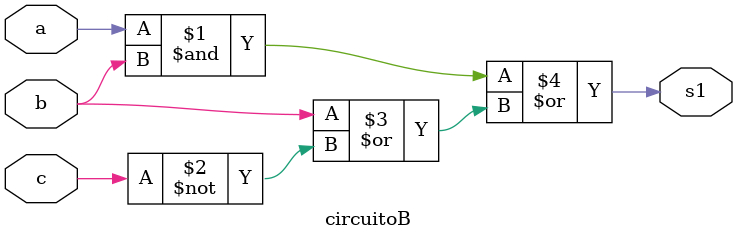
<source format=sv>
module circuitoB(
    input logic a,
    input logic b,
    input logic c,
    output logic s1
);
assign s1 =  (a & b) | ( b | ~c );

endmodule
</source>
